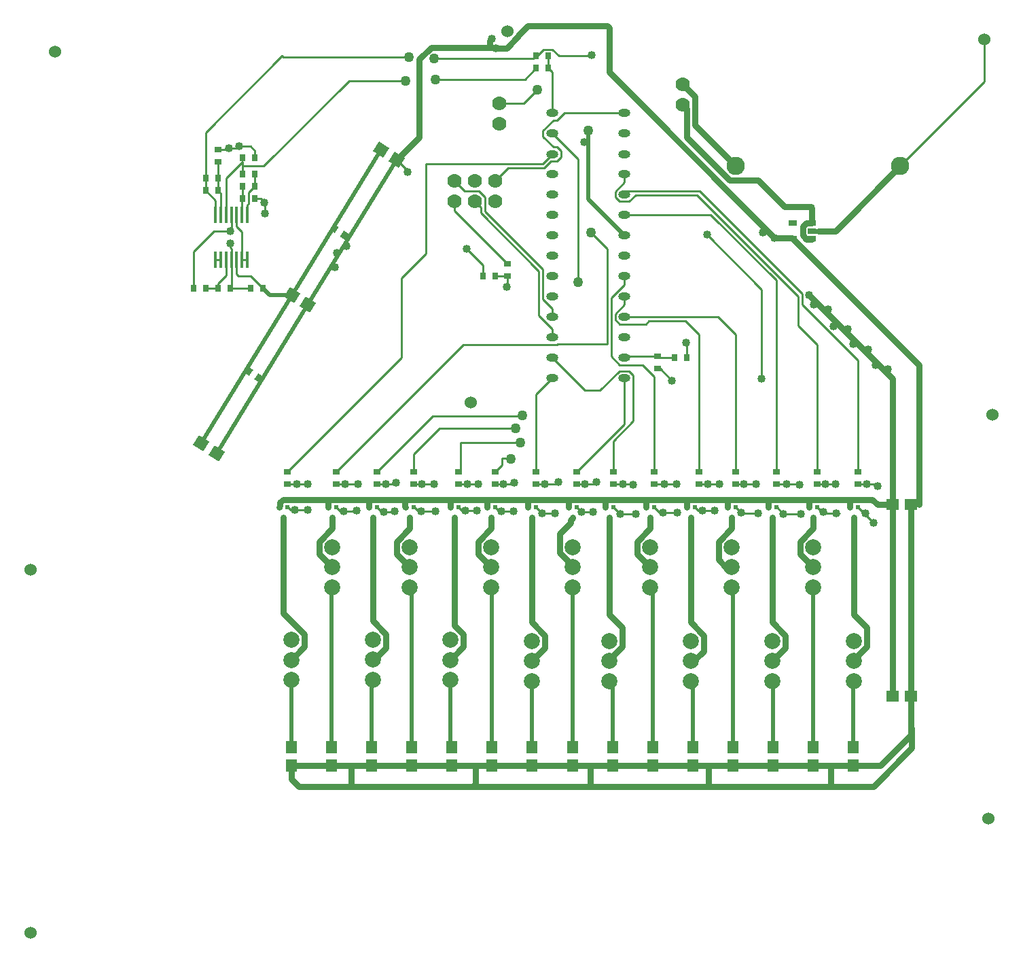
<source format=gtl>
%FSLAX24Y24*%
%MOIN*%
G70*
G01*
G75*
G04 Layer_Physical_Order=1*
G04 Layer_Color=255*
G04:AMPARAMS|DCode=10|XSize=30mil|YSize=35mil|CornerRadius=0mil|HoleSize=0mil|Usage=FLASHONLY|Rotation=325.000|XOffset=0mil|YOffset=0mil|HoleType=Round|Shape=Rectangle|*
%AMROTATEDRECTD10*
4,1,4,-0.0223,-0.0057,-0.0023,0.0229,0.0223,0.0057,0.0023,-0.0229,-0.0223,-0.0057,0.0*
%
%ADD10ROTATEDRECTD10*%

G04:AMPARAMS|DCode=11|XSize=30mil|YSize=35mil|CornerRadius=0mil|HoleSize=0mil|Usage=FLASHONLY|Rotation=327.000|XOffset=0mil|YOffset=0mil|HoleType=Round|Shape=Rectangle|*
%AMROTATEDRECTD11*
4,1,4,-0.0221,-0.0065,-0.0030,0.0228,0.0221,0.0065,0.0030,-0.0228,-0.0221,-0.0065,0.0*
%
%ADD11ROTATEDRECTD11*%

G04:AMPARAMS|DCode=12|XSize=60mil|YSize=56mil|CornerRadius=0mil|HoleSize=0mil|Usage=FLASHONLY|Rotation=328.000|XOffset=0mil|YOffset=0mil|HoleType=Round|Shape=Rectangle|*
%AMROTATEDRECTD12*
4,1,4,-0.0403,-0.0078,-0.0106,0.0396,0.0403,0.0078,0.0106,-0.0396,-0.0403,-0.0078,0.0*
%
%ADD12ROTATEDRECTD12*%

G04:AMPARAMS|DCode=13|XSize=60mil|YSize=56mil|CornerRadius=0mil|HoleSize=0mil|Usage=FLASHONLY|Rotation=327.000|XOffset=0mil|YOffset=0mil|HoleType=Round|Shape=Rectangle|*
%AMROTATEDRECTD13*
4,1,4,-0.0404,-0.0071,-0.0099,0.0398,0.0404,0.0071,0.0099,-0.0398,-0.0404,-0.0071,0.0*
%
%ADD13ROTATEDRECTD13*%

%ADD14R,0.0140X0.0800*%
%ADD15R,0.0300X0.0350*%
%ADD16R,0.0350X0.0300*%
%ADD17R,0.0600X0.0560*%
%ADD18R,0.0200X0.0240*%
%ADD19R,0.0560X0.0600*%
%ADD20R,0.0400X0.0250*%
%ADD21O,0.0591X0.0394*%
%ADD22C,0.0300*%
%ADD23C,0.0100*%
%ADD24C,0.0200*%
%ADD25C,0.0240*%
%ADD26C,0.0600*%
%ADD27C,0.0787*%
%ADD28C,0.0900*%
%ADD29C,0.0700*%
%ADD30C,0.0400*%
%ADD31C,0.0500*%
G54D10*
X59800Y181400D02*
D03*
X59309Y181744D02*
D03*
G54D11*
X64000Y188400D02*
D03*
X63497Y188727D02*
D03*
G54D12*
X56980Y178200D02*
D03*
X57743Y177723D02*
D03*
X61437Y185477D02*
D03*
X62200Y185000D02*
D03*
G54D13*
X65800Y192600D02*
D03*
X66555Y192110D02*
D03*
G54D14*
X59224Y189400D02*
D03*
Y187200D02*
D03*
X58968Y189400D02*
D03*
X58712D02*
D03*
X58456D02*
D03*
X58200D02*
D03*
X57944D02*
D03*
X57688D02*
D03*
X58968Y187200D02*
D03*
X58712D02*
D03*
X58456D02*
D03*
X58200D02*
D03*
X57944D02*
D03*
X57688D02*
D03*
G54D15*
X59000Y191400D02*
D03*
X59600D02*
D03*
X57800Y191200D02*
D03*
X57200D02*
D03*
X71400Y186400D02*
D03*
X70800D02*
D03*
X80800Y182400D02*
D03*
X80200D02*
D03*
X74000Y196600D02*
D03*
X73400D02*
D03*
Y197200D02*
D03*
X74000D02*
D03*
X58400Y185800D02*
D03*
X57800D02*
D03*
X56600D02*
D03*
X57200D02*
D03*
Y190600D02*
D03*
X57800D02*
D03*
X59600Y192200D02*
D03*
X59000D02*
D03*
Y190800D02*
D03*
X59600D02*
D03*
X60000Y185800D02*
D03*
X59400D02*
D03*
X59600Y190200D02*
D03*
X59000D02*
D03*
G54D16*
X69600Y176810D02*
D03*
Y176210D02*
D03*
X71400Y176810D02*
D03*
Y176210D02*
D03*
X72000Y186400D02*
D03*
Y187000D02*
D03*
X75400Y176800D02*
D03*
Y176200D02*
D03*
X73400Y176800D02*
D03*
Y176200D02*
D03*
X77200Y176810D02*
D03*
Y176210D02*
D03*
X79360Y181870D02*
D03*
Y182470D02*
D03*
X81400Y176810D02*
D03*
Y176210D02*
D03*
X79200Y176800D02*
D03*
Y176200D02*
D03*
X83200Y176810D02*
D03*
Y176210D02*
D03*
X87200Y176810D02*
D03*
Y176210D02*
D03*
X85200Y176810D02*
D03*
Y176210D02*
D03*
X89200Y176800D02*
D03*
Y176200D02*
D03*
X67400Y176810D02*
D03*
Y176210D02*
D03*
X63600Y176810D02*
D03*
Y176210D02*
D03*
X65600Y176800D02*
D03*
Y176200D02*
D03*
X61200Y176810D02*
D03*
Y176210D02*
D03*
X57800Y192600D02*
D03*
Y192000D02*
D03*
G54D17*
X91800Y165800D02*
D03*
X90900D02*
D03*
X91800Y175200D02*
D03*
X90900D02*
D03*
G54D18*
X89200Y175080D02*
D03*
X88800D02*
D03*
X89000Y174570D02*
D03*
X85200Y175080D02*
D03*
X84800D02*
D03*
X85000Y174570D02*
D03*
X87200Y175080D02*
D03*
X86800D02*
D03*
X87000Y174570D02*
D03*
X83200Y175080D02*
D03*
X82800D02*
D03*
X83000Y174570D02*
D03*
X79200Y175080D02*
D03*
X78800D02*
D03*
X79000Y174570D02*
D03*
X81200Y175080D02*
D03*
X80800D02*
D03*
X81000Y174570D02*
D03*
X77200Y175080D02*
D03*
X76800D02*
D03*
X77000Y174570D02*
D03*
X73400Y175080D02*
D03*
X73000D02*
D03*
X73200Y174570D02*
D03*
X75400Y175080D02*
D03*
X75000D02*
D03*
X75200Y174570D02*
D03*
X71400Y175080D02*
D03*
X71000D02*
D03*
X71200Y174570D02*
D03*
X67400Y175080D02*
D03*
X67000D02*
D03*
X67200Y174570D02*
D03*
X69600Y175080D02*
D03*
X69200D02*
D03*
X69400Y174570D02*
D03*
X63600Y175080D02*
D03*
X63200D02*
D03*
X63400Y174570D02*
D03*
X65600Y175080D02*
D03*
X65200D02*
D03*
X65400Y174570D02*
D03*
X61200Y175080D02*
D03*
X60800D02*
D03*
X61000Y174570D02*
D03*
G54D19*
X88969Y163300D02*
D03*
Y162400D02*
D03*
X85032Y163300D02*
D03*
Y162400D02*
D03*
X87001Y163300D02*
D03*
Y162400D02*
D03*
X83063Y163300D02*
D03*
Y162400D02*
D03*
X79127Y163300D02*
D03*
Y162400D02*
D03*
X81095Y163300D02*
D03*
Y162400D02*
D03*
X77158Y163300D02*
D03*
Y162400D02*
D03*
X73221Y163300D02*
D03*
Y162400D02*
D03*
X75190Y163300D02*
D03*
Y162400D02*
D03*
X71252Y163300D02*
D03*
Y162400D02*
D03*
X67316Y163300D02*
D03*
Y162400D02*
D03*
X69284Y163300D02*
D03*
Y162400D02*
D03*
X63379Y163300D02*
D03*
Y162400D02*
D03*
X65347Y163300D02*
D03*
Y162400D02*
D03*
X61410Y163300D02*
D03*
Y162400D02*
D03*
G54D20*
X86945Y188252D02*
D03*
X86000Y189000D02*
D03*
Y188252D02*
D03*
X86945Y189000D02*
D03*
Y188626D02*
D03*
G54D21*
X77743Y194406D02*
D03*
D03*
X77742Y193402D02*
D03*
X77743Y192390D02*
D03*
Y191406D02*
D03*
X77738Y190413D02*
D03*
X77743Y189406D02*
D03*
Y188406D02*
D03*
Y187406D02*
D03*
X77738Y186400D02*
D03*
X77743Y185406D02*
D03*
Y184406D02*
D03*
Y183406D02*
D03*
Y182406D02*
D03*
X77738Y181406D02*
D03*
X74195D02*
D03*
X74200Y182406D02*
D03*
Y183406D02*
D03*
Y184406D02*
D03*
Y185406D02*
D03*
X74195Y186400D02*
D03*
X74200Y187406D02*
D03*
Y188406D02*
D03*
Y189406D02*
D03*
X74195Y190413D02*
D03*
X74200Y191406D02*
D03*
Y192390D02*
D03*
X74199Y193402D02*
D03*
X74200Y194406D02*
D03*
G54D22*
X60996Y175450D02*
X89910D01*
X90160Y175200D01*
X90900D01*
X64330Y161420D02*
X64360Y161390D01*
X64330Y161420D02*
Y162400D01*
X70430D01*
X61410D02*
X64330D01*
X70310Y161390D02*
X70430Y161510D01*
Y162400D01*
X76060D01*
X75990Y161390D02*
X76060Y161460D01*
Y162400D01*
X81880D01*
Y161480D02*
X81970Y161390D01*
X81880Y161480D02*
Y162400D01*
X87860D01*
Y161440D02*
X87910Y161390D01*
X87860Y161440D02*
Y162400D01*
X90290D01*
X89960Y161390D02*
X91850Y163280D01*
X90290Y162400D02*
X91800Y163910D01*
Y175200D01*
X91850Y163280D02*
Y164250D01*
X61760Y161390D02*
X89960D01*
X61410Y161740D02*
X61760Y161390D01*
X61410Y161740D02*
Y162400D01*
X71130Y197625D02*
Y197940D01*
X71230Y198040D01*
X72550Y198210D02*
X73010Y198670D01*
X76990Y198130D02*
Y198590D01*
X76910Y198670D02*
X76990Y198590D01*
X73010Y198670D02*
X76910D01*
X71968Y197590D02*
X72550Y198172D01*
X71430Y197590D02*
X71968D01*
X72550Y198172D02*
Y198210D01*
X71395Y197625D02*
X71430Y197590D01*
X68255Y197625D02*
X71395D01*
X76990Y196400D02*
Y198130D01*
Y196400D02*
X85120Y188270D01*
X67660Y197030D02*
X68255Y197625D01*
X66555Y192110D02*
X67660Y193215D01*
Y197030D01*
X86810Y185470D02*
X90900Y181380D01*
Y175200D02*
Y181380D01*
X92200Y175200D02*
Y182052D01*
X86000Y188252D02*
X92200Y182052D01*
X86495Y188855D02*
X86666Y189026D01*
X86945D01*
X86666Y188226D02*
X86945D01*
X86495Y188397D02*
X86666Y188226D01*
X86495Y188397D02*
Y188855D01*
X86945Y189026D02*
Y189755D01*
X86900Y189800D02*
X86945Y189755D01*
X85600Y189800D02*
X86900D01*
X84300Y191100D02*
X85600Y189800D01*
X82910Y191100D02*
X84300D01*
X80800Y193210D02*
X82910Y191100D01*
X80800Y193210D02*
Y194600D01*
X80600Y194800D02*
X80800Y194600D01*
X80600Y195800D02*
X81200Y195200D01*
Y193800D02*
Y195200D01*
Y193800D02*
X83200Y191800D01*
X87255Y188620D02*
X88090D01*
X91270Y191800D01*
X85120Y188270D02*
X85982D01*
X61000Y169879D02*
X62044Y168835D01*
X61400Y167584D02*
X62044Y168228D01*
Y168835D01*
X61000Y169879D02*
Y174570D01*
X62756Y172778D02*
X63400Y172134D01*
X62756Y172778D02*
Y173385D01*
X63400Y174029D01*
Y174570D01*
X65480Y167600D02*
X66044Y168164D01*
X65400Y167600D02*
X65480D01*
X66044Y168164D02*
Y168851D01*
X65400Y169495D02*
X66044Y168851D01*
X65400Y169495D02*
Y174570D01*
X66556Y172778D02*
X67200Y172134D01*
X66556Y172778D02*
Y173385D01*
X67200Y174029D01*
Y174570D01*
X69200Y167584D02*
X69844Y168228D01*
Y168835D01*
X69400Y169279D02*
X69844Y168835D01*
X69400Y169279D02*
Y174570D01*
X70556Y172778D02*
X71200Y172134D01*
X70556Y172778D02*
Y173385D01*
X71200Y174029D01*
Y174570D01*
X73200Y167534D02*
X73844Y168178D01*
Y168785D01*
X73200Y169429D02*
X73844Y168785D01*
X73200Y169429D02*
Y174570D01*
X75200Y174540D02*
Y174570D01*
X75100Y174440D02*
X75200Y174540D01*
X75100Y174306D02*
Y174440D01*
X74556Y173762D02*
X75100Y174306D01*
X74556Y172852D02*
Y173762D01*
Y172852D02*
X75200Y172208D01*
Y172134D02*
Y172208D01*
X77000Y169806D02*
Y174570D01*
Y169806D02*
X77644Y169162D01*
Y168252D02*
Y169162D01*
X77000Y167608D02*
X77644Y168252D01*
X77000Y167534D02*
Y167608D01*
X78356Y172778D02*
X79000Y172134D01*
X78356Y172778D02*
Y173385D01*
X79000Y174029D01*
Y174570D01*
X81154Y167534D02*
X81644Y168024D01*
X81000Y167534D02*
X81154D01*
X81644Y168024D02*
Y168785D01*
X81000Y169429D02*
X81644Y168785D01*
X81000Y169429D02*
Y174570D01*
X82356Y172494D02*
X82716Y172134D01*
X83000D01*
X82356Y172494D02*
Y173385D01*
X83000Y174029D01*
Y174570D01*
X85000Y167534D02*
X85644Y168178D01*
Y168785D01*
X85000Y169429D02*
X85644Y168785D01*
X85000Y169429D02*
Y174570D01*
X86356Y172778D02*
X87000Y172134D01*
X86356Y172778D02*
Y173385D01*
X87000Y174029D01*
Y174570D01*
X89000Y169806D02*
Y174570D01*
Y169806D02*
X89644Y169162D01*
Y168252D02*
Y169162D01*
X89000Y167608D02*
X89644Y168252D01*
X89000Y167534D02*
Y167608D01*
X86750Y175450D02*
X86800Y175400D01*
Y175080D02*
Y175400D01*
X88790Y175450D02*
X88800Y175440D01*
Y175080D02*
Y175440D01*
X84800Y175370D02*
X84880Y175450D01*
X84800Y175080D02*
Y175370D01*
X82720Y175450D02*
X82800Y175370D01*
Y175080D02*
Y175370D01*
X80770Y175450D02*
X80800Y175420D01*
Y175080D02*
Y175420D01*
X78800Y175430D02*
X78820Y175450D01*
X78800Y175080D02*
Y175430D01*
X76800Y175410D02*
X76840Y175450D01*
X76800Y175080D02*
Y175410D01*
X74910Y175450D02*
X75000Y175360D01*
Y175080D02*
Y175360D01*
X72980Y175450D02*
X73000Y175430D01*
Y175080D02*
Y175430D01*
X70970Y175450D02*
X71000Y175420D01*
Y175080D02*
Y175420D01*
X69170Y175450D02*
X69200Y175420D01*
Y175080D02*
Y175420D01*
X66960Y175120D02*
Y175450D01*
Y175120D02*
X67000Y175080D01*
X65160Y175450D02*
X65200Y175410D01*
Y175080D02*
Y175410D01*
X63180Y175450D02*
X63200Y175430D01*
Y175080D02*
Y175430D01*
X60850Y175304D02*
X60996Y175450D01*
X60850Y175130D02*
Y175304D01*
X60800Y175080D02*
X60850Y175130D01*
X90900Y165800D02*
Y175200D01*
G54D23*
X76120Y188530D02*
X76890Y187760D01*
Y183080D02*
Y187760D01*
X60040Y191800D02*
X64230Y195990D01*
X72860Y196060D02*
X73320Y196520D01*
X68470Y196060D02*
X72860D01*
X64230Y195990D02*
X66990D01*
X59000Y191800D02*
X60040D01*
X59000D02*
Y192000D01*
Y191400D02*
Y191800D01*
X59600Y192200D02*
Y192540D01*
X59620Y192560D01*
X59410Y192770D02*
X59620Y192560D01*
X58840Y192770D02*
X59410D01*
X74199Y193402D02*
X75460Y192141D01*
Y186120D02*
Y192141D01*
X72120Y177490D02*
X72160Y177450D01*
X71730Y177490D02*
X72120D01*
X71730Y177140D02*
Y177490D01*
X71400Y176810D02*
X71730Y177140D01*
X69710Y178230D02*
X72640D01*
X69710Y176920D02*
Y178230D01*
X69600Y176810D02*
X69710Y176920D01*
X67400Y177680D02*
X68660Y178940D01*
X72400D01*
X67400Y176810D02*
Y177680D01*
X72750Y179570D02*
Y179590D01*
X72720Y179540D02*
X72750Y179570D01*
X68340Y179540D02*
X72720D01*
X65600Y176800D02*
X68340Y179540D01*
X74463Y183080D02*
X76890D01*
X74442Y183059D02*
X74463Y183080D01*
X69849Y183059D02*
X74442D01*
X63600Y176810D02*
X69849Y183059D01*
X69330Y197070D02*
X69340Y197080D01*
X68420Y197070D02*
X69330D01*
X60990Y197150D02*
X67160D01*
X60940Y197200D02*
X60990Y197150D01*
X72800Y194880D02*
X73460Y195540D01*
X71600Y194880D02*
X72800D01*
X76100Y197200D02*
X76150Y197250D01*
X74537Y197200D02*
X76100D01*
X74212Y197525D02*
X74537Y197200D01*
X73788Y197525D02*
X74212D01*
X73463Y197200D02*
X73788Y197525D01*
X73400Y197200D02*
X73463D01*
X71980Y185870D02*
X72000Y185890D01*
Y186400D01*
X71400D02*
X72000D01*
X70010Y187730D02*
X70800Y186940D01*
Y186400D02*
Y186940D01*
X66555Y192110D02*
X67100Y191565D01*
Y191520D02*
Y191565D01*
X69400Y189600D02*
Y190080D01*
Y189600D02*
X72000Y187000D01*
X84470Y181370D02*
Y185750D01*
X81790Y188430D02*
X84470Y185750D01*
X79500Y181870D02*
X80080Y181290D01*
X79360Y181870D02*
X79500D01*
X80760Y183140D02*
X80800Y183100D01*
Y182400D02*
Y183100D01*
X77098Y182462D02*
Y184370D01*
Y182462D02*
X77501Y182059D01*
X78634D01*
X79035Y181658D01*
X77743Y182406D02*
X77808Y182470D01*
X79360D01*
X79430Y182400D01*
X80200D01*
X73320Y196520D02*
X73400Y196600D01*
X73280Y197080D02*
X73400Y197200D01*
X69340Y197080D02*
X73280D01*
X74266Y194059D02*
X74442D01*
X73754Y193546D02*
X74266Y194059D01*
X74442D02*
X74789Y194406D01*
X77743D01*
X73754Y193259D02*
Y193546D01*
Y193259D02*
X74276Y192737D01*
X74442D01*
X74645Y192533D01*
Y192246D02*
Y192533D01*
X74442Y192043D02*
X74645Y192246D01*
X74136Y192043D02*
X74442D01*
X73813Y191720D02*
X74136Y192043D01*
X72040Y191720D02*
X73813D01*
X71400Y191080D02*
X72040Y191720D01*
X73550Y184467D02*
Y186648D01*
Y184467D02*
X74200Y183817D01*
X70400Y190080D02*
X70700Y189780D01*
Y189497D02*
Y189780D01*
Y189497D02*
X73550Y186648D01*
X74200Y183406D02*
Y183817D01*
X73750Y185267D02*
Y186730D01*
Y185267D02*
X74200Y184817D01*
X69400Y191080D02*
X69900Y190580D01*
X70607D01*
X70900Y190287D01*
Y189580D02*
Y190287D01*
Y189580D02*
X73750Y186730D01*
X74200Y184406D02*
Y184817D01*
X73730Y191920D02*
X74200Y192390D01*
X67990Y191920D02*
X73730D01*
X67990Y187510D02*
Y191920D01*
X66790Y186310D02*
X67990Y187510D01*
X66790Y182400D02*
Y186310D01*
X61200Y176810D02*
X66790Y182400D01*
X73400Y180611D02*
X74195Y181406D01*
X73400Y176800D02*
Y180611D01*
X78183Y179301D02*
Y181550D01*
X77200Y178317D02*
X78183Y179301D01*
X74200Y182406D02*
X75806Y180799D01*
X76542D01*
X77496Y181753D01*
X77980D01*
X78183Y181550D01*
X77200Y176810D02*
Y178317D01*
X77738Y179138D02*
Y181406D01*
X75400Y176800D02*
X77738Y179138D01*
X77098Y185349D02*
X77738Y185989D01*
Y186400D01*
X77098Y184179D02*
Y185349D01*
X79035Y181658D02*
X79200Y181493D01*
Y176800D02*
Y181493D01*
X77743Y184994D02*
Y185406D01*
X77298Y184549D02*
X77743Y184994D01*
X77298Y184262D02*
Y184549D01*
Y184262D02*
X77501Y184059D01*
X78796D01*
X78943Y184206D01*
X80740D01*
X81400Y183546D01*
Y176810D02*
Y183546D01*
X82344Y184406D02*
X83200Y183550D01*
X77743Y184406D02*
X82344D01*
X83200Y176810D02*
Y183550D01*
X77743Y189406D02*
X77761Y189424D01*
X81974D01*
X85200Y186197D01*
Y176810D02*
Y186197D01*
X87200Y176810D02*
Y183052D01*
X86260Y183992D02*
X87200Y183052D01*
X86260Y183992D02*
Y185420D01*
X81300Y190380D02*
X86260Y185420D01*
X78295Y190380D02*
X81300D01*
X77980Y190066D02*
X78295Y190380D01*
X77496Y190066D02*
X77980D01*
X77293Y190269D02*
X77496Y190066D01*
X77293Y190269D02*
Y190556D01*
X77743Y191007D01*
Y191406D01*
X77738Y190413D02*
X77906Y190580D01*
X81430D01*
X86460Y185015D02*
Y185550D01*
Y185015D02*
X89200Y182275D01*
X81430Y190580D02*
X86460Y185550D01*
X89200Y176800D02*
Y182275D01*
X95400Y195930D02*
Y198000D01*
X91270Y191800D02*
X95400Y195930D01*
X85982Y188270D02*
X86000Y188252D01*
X74200Y194406D02*
Y196400D01*
X74000Y196600D02*
X74200Y196400D01*
X74000Y196600D02*
Y197200D01*
X57190Y193450D02*
X60940Y197200D01*
X57190Y193450D02*
X57200Y193440D01*
Y191200D02*
Y193440D01*
X58700Y189388D02*
X58712Y189400D01*
X58700Y188830D02*
Y189388D01*
Y188830D02*
X58968Y188562D01*
Y187200D02*
Y188562D01*
X58400Y185800D02*
X59400D01*
X58400D02*
X58456Y185856D01*
Y187200D01*
X56600Y187600D02*
X57600Y188600D01*
X58410D01*
X56600Y187600D02*
X56682Y187682D01*
X56600Y185800D02*
Y187600D01*
X58406Y188600D02*
X58410D01*
X59890Y190200D02*
X60090Y190000D01*
Y189480D02*
Y190000D01*
X59600Y190200D02*
X59890D01*
X58340Y192680D02*
X58920D01*
X58260Y192600D02*
X58340Y192680D01*
X57800Y192600D02*
X58260D01*
X58456Y187200D02*
X58470Y187214D01*
Y187730D01*
X58400Y187800D02*
X58470Y187730D01*
X58400Y187800D02*
Y188000D01*
X58410Y188600D02*
X58456Y188646D01*
Y189400D01*
X58968Y187200D02*
X59224D01*
X58712Y186498D02*
Y187200D01*
Y186498D02*
X58800Y186410D01*
X59390D01*
X60000Y185800D01*
X57800Y186050D02*
X58200Y186450D01*
X57200Y185800D02*
X57800D01*
Y186050D01*
X58200Y186450D02*
Y187200D01*
X57688D02*
X57944D01*
X57688Y189400D02*
Y190112D01*
X57200Y190600D02*
X57688Y190112D01*
X57200Y190600D02*
Y191200D01*
X57800Y190600D02*
Y192000D01*
Y190600D02*
X57944Y190456D01*
Y189400D02*
Y190456D01*
X58200Y189400D02*
Y191200D01*
X59000Y192000D01*
X59600Y190800D02*
Y191400D01*
X59300Y190500D02*
X59600Y190800D01*
X59300Y189963D02*
Y190500D01*
X59224Y189886D02*
X59300Y189963D01*
X59224Y189400D02*
Y189886D01*
X59000Y190200D02*
Y190800D01*
X58968Y190168D02*
X59000Y190200D01*
X58968Y189400D02*
Y190168D01*
X84390Y174770D02*
X84400Y174780D01*
X83460Y174770D02*
X84390D01*
X83460D02*
Y174820D01*
X83200Y175080D02*
X83460Y174820D01*
X85550Y174760D02*
X86420D01*
X85230Y175080D02*
X85550Y174760D01*
X85200Y175080D02*
X85230D01*
X87510Y174770D02*
X88290D01*
X88300Y174780D01*
X87200Y175080D02*
X87510Y174770D01*
X89980Y174300D02*
X90010D01*
X89200Y175080D02*
X89980Y174300D01*
X89970Y176200D02*
X90010Y176160D01*
X89200Y176200D02*
X89970D01*
X87200Y176210D02*
X88230D01*
X86300D02*
X86340Y176170D01*
X85200Y176210D02*
X86300D01*
X83200D02*
X84220D01*
X82170Y174900D02*
X82200Y174870D01*
X81360Y174900D02*
X82170D01*
X81360D02*
Y174920D01*
X81200Y175080D02*
X81360Y174920D01*
X82190Y176210D02*
X82200Y176200D01*
X81400Y176210D02*
X82190D01*
X80340Y174820D02*
X80350Y174830D01*
X79450Y174820D02*
X80340D01*
X79450D02*
Y174830D01*
X79200Y175080D02*
X79450Y174830D01*
X80300Y176200D02*
X80310Y176210D01*
X79200Y176200D02*
X80300D01*
X78310Y174730D02*
X78320Y174740D01*
X77550Y174730D02*
X78310D01*
X77200Y175080D02*
X77550Y174730D01*
X77200Y176210D02*
X78090D01*
X76210Y176200D02*
X76230Y176220D01*
X75400Y176200D02*
X76210D01*
X75650Y174830D02*
X76200D01*
X75400Y175080D02*
X75650Y174830D01*
X74420Y174780D02*
X74430Y174790D01*
X73720Y174780D02*
X74420D01*
X73420Y175080D02*
X73720Y174780D01*
X73400Y175080D02*
X73420D01*
X74390Y176200D02*
X74410Y176220D01*
X73400Y176200D02*
X74390D01*
X72140Y176210D02*
X72150Y176220D01*
X71400Y176210D02*
X72140D01*
X71590Y174890D02*
X72290D01*
X71400Y175080D02*
X71590Y174890D01*
X69770Y174910D02*
X70380D01*
X69600Y175080D02*
X69770Y174910D01*
X68470Y174890D02*
X68480Y174900D01*
X67640Y174890D02*
X68470D01*
X67450Y175080D02*
X67640Y174890D01*
X67400Y175080D02*
X67450D01*
X66450Y174860D02*
X66480Y174890D01*
X65780Y174860D02*
X66450D01*
X65780D02*
Y174900D01*
X65600Y175080D02*
X65780Y174900D01*
X63790Y174890D02*
X64580D01*
X64590Y174900D01*
X63600Y175080D02*
X63790Y174890D01*
X61380Y174930D02*
X62200D01*
X61230Y175080D02*
X61380Y174930D01*
X61200Y175080D02*
X61230D01*
X69600Y176210D02*
X70470D01*
X68390D02*
X68410Y176190D01*
X67400Y176210D02*
X68390D01*
X66430Y176200D02*
X66460Y176230D01*
X65600Y176200D02*
X66430D01*
X64520Y176210D02*
X64530Y176200D01*
X63600Y176210D02*
X64520D01*
X61200D02*
X62190D01*
G54D24*
X75960Y190189D02*
Y193530D01*
Y190189D02*
X77743Y188406D01*
X91800Y175200D02*
X92200D01*
X60000Y185800D02*
X60323Y185477D01*
X61437D01*
X56980Y178200D02*
X61437Y185477D01*
X65800Y192600D01*
X62200Y185000D02*
X66555Y192110D01*
X57743Y177723D02*
X62200Y185000D01*
X88969Y166519D02*
X89000Y166550D01*
X88969Y163300D02*
Y166519D01*
X87000Y171150D02*
X87001Y171150D01*
Y163300D02*
Y171150D01*
X85000Y166550D02*
X85032Y166518D01*
Y163300D02*
Y166518D01*
X83000Y171150D02*
X83063Y171087D01*
Y163300D02*
Y171087D01*
X81000Y166550D02*
X81095Y166455D01*
Y163300D02*
Y166455D01*
X79000Y171150D02*
X79127Y171024D01*
Y163300D02*
Y171024D01*
X77000Y166550D02*
X77158Y166392D01*
Y163300D02*
Y166392D01*
X75190Y171140D02*
X75200Y171150D01*
X75190Y163300D02*
Y171140D01*
X73200Y163321D02*
X73221Y163300D01*
X73200Y163321D02*
Y166550D01*
X71200Y171150D02*
X71252Y171098D01*
Y163300D02*
Y171098D01*
X69200Y163384D02*
Y166600D01*
Y163384D02*
X69284Y163300D01*
X67200Y171150D02*
X67316Y171035D01*
Y163300D02*
Y171035D01*
X65347Y166563D02*
X65400Y166616D01*
X65347Y163300D02*
Y166563D01*
X63379Y171129D02*
X63400Y171150D01*
X63379Y163300D02*
Y171129D01*
X61400Y166600D02*
X61410Y166590D01*
Y163300D02*
Y166590D01*
X91800Y175200D02*
X91880Y175120D01*
G54D25*
X87249Y188626D02*
X87255Y188620D01*
X86945Y188626D02*
X87249D01*
G54D26*
X95800Y179600D02*
D03*
X95400Y198000D02*
D03*
X70200Y180200D02*
D03*
X72000Y198400D02*
D03*
X49800Y197400D02*
D03*
X95600Y159800D02*
D03*
X48600Y154200D02*
D03*
Y172000D02*
D03*
G54D27*
X89000Y166550D02*
D03*
Y167534D02*
D03*
Y168519D02*
D03*
X85000Y166550D02*
D03*
Y167534D02*
D03*
Y168519D02*
D03*
X87000Y171150D02*
D03*
Y172134D02*
D03*
Y173118D02*
D03*
X83000Y171150D02*
D03*
Y172134D02*
D03*
Y173118D02*
D03*
X79000Y171150D02*
D03*
Y172134D02*
D03*
Y173118D02*
D03*
X81000Y166550D02*
D03*
Y167534D02*
D03*
Y168519D02*
D03*
X77000Y166550D02*
D03*
Y167534D02*
D03*
Y168519D02*
D03*
X73200Y166550D02*
D03*
Y167534D02*
D03*
Y168519D02*
D03*
X75200Y171150D02*
D03*
Y172134D02*
D03*
Y173118D02*
D03*
X71200Y171150D02*
D03*
Y172134D02*
D03*
Y173118D02*
D03*
X67200Y171150D02*
D03*
Y172134D02*
D03*
Y173118D02*
D03*
X69200Y166600D02*
D03*
Y167584D02*
D03*
Y168568D02*
D03*
X63400Y171150D02*
D03*
Y172134D02*
D03*
Y173118D02*
D03*
X65400Y166616D02*
D03*
Y167600D02*
D03*
Y168584D02*
D03*
X61400Y166600D02*
D03*
Y167584D02*
D03*
Y168568D02*
D03*
G54D28*
X83200Y191800D02*
D03*
X91270D02*
D03*
G54D29*
X80600Y195800D02*
D03*
Y194800D02*
D03*
X71600Y193880D02*
D03*
Y194880D02*
D03*
X71400Y191080D02*
D03*
X70400D02*
D03*
X69400D02*
D03*
Y190080D02*
D03*
X70400D02*
D03*
X71400D02*
D03*
G54D30*
X75760Y192970D02*
D03*
X58840Y192770D02*
D03*
X76150Y197250D02*
D03*
X71430Y197590D02*
D03*
X71230Y198040D02*
D03*
X84540Y188550D02*
D03*
X85120Y188270D02*
D03*
X70010Y187730D02*
D03*
X71980Y185870D02*
D03*
X67100Y191520D02*
D03*
X84470Y181370D02*
D03*
X80080Y181290D02*
D03*
X81790Y188430D02*
D03*
X80760Y183140D02*
D03*
X63530Y186850D02*
D03*
X63650Y187540D02*
D03*
X64120Y187870D02*
D03*
X90670Y181830D02*
D03*
X90070Y182050D02*
D03*
X89700Y182800D02*
D03*
X88980Y183090D02*
D03*
X88710Y183820D02*
D03*
X88010Y183960D02*
D03*
X87740Y184790D02*
D03*
X87040Y185000D02*
D03*
X86810Y185470D02*
D03*
X60090Y189480D02*
D03*
X60070Y190020D02*
D03*
X58330Y192670D02*
D03*
X58410Y188600D02*
D03*
X58400Y188000D02*
D03*
X62190Y176210D02*
D03*
X61670D02*
D03*
X62200Y174930D02*
D03*
X61570D02*
D03*
X64590Y174900D02*
D03*
X63980Y174890D02*
D03*
X64680Y176210D02*
D03*
X64050D02*
D03*
X66530Y176290D02*
D03*
X66040Y176200D02*
D03*
X66480Y174890D02*
D03*
X65930Y174860D02*
D03*
X68470Y174890D02*
D03*
X67760D02*
D03*
X68390Y176210D02*
D03*
X67820D02*
D03*
X70580D02*
D03*
X70040D02*
D03*
X70490Y174910D02*
D03*
X69930D02*
D03*
X72290Y174890D02*
D03*
X71720D02*
D03*
X72330Y176280D02*
D03*
X71820Y176210D02*
D03*
X74350Y174780D02*
D03*
X73720D02*
D03*
X74490Y176310D02*
D03*
X73840Y176200D02*
D03*
X76380Y176300D02*
D03*
X75820Y176200D02*
D03*
X76200Y174830D02*
D03*
X75650D02*
D03*
X78310Y174730D02*
D03*
X77550D02*
D03*
X78170Y176190D02*
D03*
X77660Y176210D02*
D03*
X89980Y174300D02*
D03*
X89560Y174790D02*
D03*
X90170Y176120D02*
D03*
X89640Y176200D02*
D03*
X88140Y174770D02*
D03*
X87520Y174860D02*
D03*
X88120Y176210D02*
D03*
X87610D02*
D03*
X86420Y174760D02*
D03*
X85550D02*
D03*
X86340Y176170D02*
D03*
X85720Y176210D02*
D03*
X84220D02*
D03*
X83620D02*
D03*
X84300Y174770D02*
D03*
X83460Y174820D02*
D03*
X82170Y174900D02*
D03*
X81570D02*
D03*
X82410Y176220D02*
D03*
X81850Y176210D02*
D03*
X80340Y174820D02*
D03*
X79630D02*
D03*
X80310Y176210D02*
D03*
X79720Y176200D02*
D03*
G54D31*
X76120Y188530D02*
D03*
X75960Y193530D02*
D03*
X68470Y196060D02*
D03*
X66990Y195990D02*
D03*
X75460Y186120D02*
D03*
X72160Y177450D02*
D03*
X72640Y178230D02*
D03*
X72400Y178940D02*
D03*
X72750Y179590D02*
D03*
X68420Y197070D02*
D03*
X67160Y197150D02*
D03*
X73460Y195540D02*
D03*
M02*

</source>
